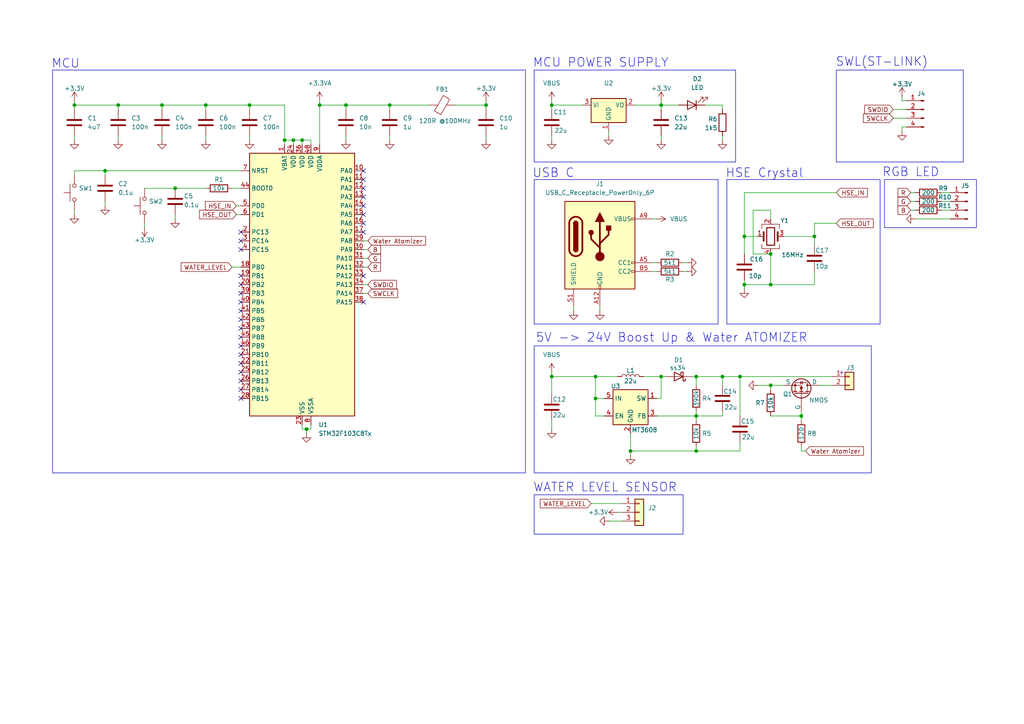
<source format=kicad_sch>
(kicad_sch (version 20231120) (generator "eeschema") (generator_version "8.0")
  (paper "A4")
  (lib_symbols
    (symbol "Connector:Conn_01x04_Pin" (pin_names (offset 1.016) hide)
      (property "Reference" "J" (at 0 5.08 0))
      (property "Value" "Conn_01x04_Pin" (at 0 -7.62 0))
      (symbol "Conn_01x04_Pin_1_1"
        (pin passive line (at 5.08 2.54 180) (length 3.81) (name "Pin_1") (number "1"))
        (pin passive line (at 5.08 0 180) (length 3.81) (name "Pin_2") (number "2"))
        (pin passive line (at 5.08 -2.54 180) (length 3.81) (name "Pin_3") (number "3"))
        (pin passive line (at 5.08 -5.08 180) (length 3.81) (name "Pin_4") (number "4"))
      )
    )
    (symbol "Connector:USB_C_Receptacle_PowerOnly_6P" (pin_names (offset 1.016))
      (property "Reference" "J" (at 0 16.51 0))
      (property "Value" "USB_C_Receptacle_PowerOnly_6P" (at 0 13.97 0))
      (symbol "USB_C_Receptacle_PowerOnly_6P_1_1"
        (pin passive line (at 0 -17.78 90) (length 5.08) (name "GND") (number "A12"))
        (pin bidirectional line (at 15.24 -5.08 180) (length 5.08) (name "CC1") (number "A5"))
        (pin passive line (at 15.24 7.62 180) (length 5.08) (name "VBUS") (number "A9"))
        (pin passive line (at 0 -17.78 90) (length 5.08) hide (name "GND") (number "B12"))
        (pin bidirectional line (at 15.24 -7.62 180) (length 5.08) (name "CC2") (number "B5"))
        (pin passive line (at 15.24 7.62 180) (length 5.08) hide (name "VBUS") (number "B9"))
        (pin passive line (at -7.62 -17.78 90) (length 5.08) (name "SHIELD") (number "S1"))
      )
    )
    (symbol "Connector_Generic:Conn_01x02" (pin_names (offset 1.016) hide)
      (property "Reference" "J" (at 0 2.54 0))
      (property "Value" "Conn_01x02" (at 0 -5.08 0))
      (symbol "Conn_01x02_1_1"
        (pin passive line (at -5.08 0 0) (length 3.81) (name "Pin_1") (number "1"))
        (pin passive line (at -5.08 -2.54 0) (length 3.81) (name "Pin_2") (number "2"))
      )
    )
    (symbol "Connector_Generic:Conn_01x03" (pin_names (offset 1.016) hide)
      (property "Reference" "J" (at 0 5.08 0))
      (property "Value" "Conn_01x03" (at 0 -5.08 0))
      (symbol "Conn_01x03_1_1"
        (pin passive line (at -5.08 2.54 0) (length 3.81) (name "Pin_1") (number "1"))
        (pin passive line (at -5.08 0 0) (length 3.81) (name "Pin_2") (number "2"))
        (pin passive line (at -5.08 -2.54 0) (length 3.81) (name "Pin_3") (number "3"))
      )
    )
    (symbol "Device:C" (pin_numbers hide) (pin_names (offset 0.254))
      (property "Reference" "C" (at 0.635 2.54 0))
      (property "Value" "C" (at 0.635 -2.54 0))
      (symbol "C_1_1"
        (pin passive line (at 0 3.81 270) (length 2.794) (name "~") (number "1"))
        (pin passive line (at 0 -3.81 90) (length 2.794) (name "~") (number "2"))
      )
    )
    (symbol "Device:Crystal_GND24" (pin_names (offset 1.016) hide)
      (property "Reference" "Y" (at 3.175 5.08 0))
      (property "Value" "Crystal_GND24" (at 3.175 3.175 0))
      (symbol "Crystal_GND24_1_1"
        (pin passive line (at -3.81 0 0) (length 1.27) (name "1") (number "1"))
        (pin passive line (at 0 5.08 270) (length 1.27) (name "2") (number "2"))
        (pin passive line (at 3.81 0 180) (length 1.27) (name "3") (number "3"))
        (pin passive line (at 0 -5.08 90) (length 1.27) (name "4") (number "4"))
      )
    )
    (symbol "Device:D_Schottky" (pin_numbers hide) (pin_names (offset 1.016) hide)
      (property "Reference" "D" (at 0 2.54 0))
      (property "Value" "D_Schottky" (at 0 -2.54 0))
      (symbol "D_Schottky_1_1"
        (pin passive line (at -3.81 0 0) (length 2.54) (name "K") (number "1"))
        (pin passive line (at 3.81 0 180) (length 2.54) (name "A") (number "2"))
      )
    )
    (symbol "Device:FerriteBead" (pin_numbers hide) (pin_names (offset 0))
      (property "Reference" "FB" (at -3.81 0.635 90))
      (property "Value" "FerriteBead" (at 3.81 0 90))
      (symbol "FerriteBead_1_1"
        (pin passive line (at 0 3.81 270) (length 2.54) (name "~") (number "1"))
        (pin passive line (at 0 -3.81 90) (length 2.54) (name "~") (number "2"))
      )
    )
    (symbol "Device:L" (pin_numbers hide) (pin_names (offset 1.016) hide)
      (property "Reference" "L" (at -1.27 0 90))
      (property "Value" "L" (at 1.905 0 90))
      (symbol "L_1_1"
        (pin passive line (at 0 3.81 270) (length 1.27) (name "1") (number "1"))
        (pin passive line (at 0 -3.81 90) (length 1.27) (name "2") (number "2"))
      )
    )
    (symbol "Device:LED" (pin_numbers hide) (pin_names (offset 1.016) hide)
      (property "Reference" "D" (at 0 2.54 0))
      (property "Value" "LED" (at 0 -2.54 0))
      (symbol "LED_1_1"
        (pin passive line (at -3.81 0 0) (length 2.54) (name "K") (number "1"))
        (pin passive line (at 3.81 0 180) (length 2.54) (name "A") (number "2"))
      )
    )
    (symbol "Device:R" (pin_numbers hide) (pin_names (offset 0))
      (property "Reference" "R" (at 2.032 0 90))
      (property "Value" "R" (at 0 0 90))
      (symbol "R_1_1"
        (pin passive line (at 0 3.81 270) (length 1.27) (name "~") (number "1"))
        (pin passive line (at 0 -3.81 90) (length 1.27) (name "~") (number "2"))
      )
    )
    (symbol "MCU_ST_STM32F1:STM32F103C8Tx"
      (property "Reference" "U" (at -15.24 39.37 0))
      (property "Value" "STM32F103C8Tx" (at 7.62 39.37 0))
      (symbol "STM32F103C8Tx_1_1"
        (pin power_in line (at -5.08 40.64 270) (length 2.54) (name "VBAT") (number "1"))
        (pin bidirectional line (at 17.78 33.02 180) (length 2.54) (name "PA0") (number "10"))
        (pin bidirectional line (at 17.78 30.48 180) (length 2.54) (name "PA1") (number "11"))
        (pin bidirectional line (at 17.78 27.94 180) (length 2.54) (name "PA2") (number "12"))
        (pin bidirectional line (at 17.78 25.4 180) (length 2.54) (name "PA3") (number "13"))
        (pin bidirectional line (at 17.78 22.86 180) (length 2.54) (name "PA4") (number "14"))
        (pin bidirectional line (at 17.78 20.32 180) (length 2.54) (name "PA5") (number "15"))
        (pin bidirectional line (at 17.78 17.78 180) (length 2.54) (name "PA6") (number "16"))
        (pin bidirectional line (at 17.78 15.24 180) (length 2.54) (name "PA7") (number "17"))
        (pin bidirectional line (at -17.78 5.08 0) (length 2.54) (name "PB0") (number "18"))
        (pin bidirectional line (at -17.78 2.54 0) (length 2.54) (name "PB1") (number "19"))
        (pin bidirectional line (at -17.78 15.24 0) (length 2.54) (name "PC13") (number "2"))
        (pin bidirectional line (at -17.78 0 0) (length 2.54) (name "PB2") (number "20"))
        (pin bidirectional line (at -17.78 -20.32 0) (length 2.54) (name "PB10") (number "21"))
        (pin bidirectional line (at -17.78 -22.86 0) (length 2.54) (name "PB11") (number "22"))
        (pin power_in line (at 0 -40.64 90) (length 2.54) (name "VSS") (number "23"))
        (pin power_in line (at -2.54 40.64 270) (length 2.54) (name "VDD") (number "24"))
        (pin bidirectional line (at -17.78 -25.4 0) (length 2.54) (name "PB12") (number "25"))
        (pin bidirectional line (at -17.78 -27.94 0) (length 2.54) (name "PB13") (number "26"))
        (pin bidirectional line (at -17.78 -30.48 0) (length 2.54) (name "PB14") (number "27"))
        (pin bidirectional line (at -17.78 -33.02 0) (length 2.54) (name "PB15") (number "28"))
        (pin bidirectional line (at 17.78 12.7 180) (length 2.54) (name "PA8") (number "29"))
        (pin bidirectional line (at -17.78 12.7 0) (length 2.54) (name "PC14") (number "3"))
        (pin bidirectional line (at 17.78 10.16 180) (length 2.54) (name "PA9") (number "30"))
        (pin bidirectional line (at 17.78 7.62 180) (length 2.54) (name "PA10") (number "31"))
        (pin bidirectional line (at 17.78 5.08 180) (length 2.54) (name "PA11") (number "32"))
        (pin bidirectional line (at 17.78 2.54 180) (length 2.54) (name "PA12") (number "33"))
        (pin bidirectional line (at 17.78 0 180) (length 2.54) (name "PA13") (number "34"))
        (pin passive line (at 0 -40.64 90) (length 2.54) hide (name "VSS") (number "35"))
        (pin power_in line (at 0 40.64 270) (length 2.54) (name "VDD") (number "36"))
        (pin bidirectional line (at 17.78 -2.54 180) (length 2.54) (name "PA14") (number "37"))
        (pin bidirectional line (at 17.78 -5.08 180) (length 2.54) (name "PA15") (number "38"))
        (pin bidirectional line (at -17.78 -2.54 0) (length 2.54) (name "PB3") (number "39"))
        (pin bidirectional line (at -17.78 10.16 0) (length 2.54) (name "PC15") (number "4"))
        (pin bidirectional line (at -17.78 -5.08 0) (length 2.54) (name "PB4") (number "40"))
        (pin bidirectional line (at -17.78 -7.62 0) (length 2.54) (name "PB5") (number "41"))
        (pin bidirectional line (at -17.78 -10.16 0) (length 2.54) (name "PB6") (number "42"))
        (pin bidirectional line (at -17.78 -12.7 0) (length 2.54) (name "PB7") (number "43"))
        (pin input line (at -17.78 27.94 0) (length 2.54) (name "BOOT0") (number "44"))
        (pin bidirectional line (at -17.78 -15.24 0) (length 2.54) (name "PB8") (number "45"))
        (pin bidirectional line (at -17.78 -17.78 0) (length 2.54) (name "PB9") (number "46"))
        (pin passive line (at 0 -40.64 90) (length 2.54) hide (name "VSS") (number "47"))
        (pin power_in line (at 2.54 40.64 270) (length 2.54) (name "VDD") (number "48"))
        (pin bidirectional line (at -17.78 22.86 0) (length 2.54) (name "PD0") (number "5"))
        (pin bidirectional line (at -17.78 20.32 0) (length 2.54) (name "PD1") (number "6"))
        (pin input line (at -17.78 33.02 0) (length 2.54) (name "NRST") (number "7"))
        (pin power_in line (at 2.54 -40.64 90) (length 2.54) (name "VSSA") (number "8"))
        (pin power_in line (at 5.08 40.64 270) (length 2.54) (name "VDDA") (number "9"))
      )
    )
    (symbol "Regulator_Linear:LD1117S33TR_SOT223"
      (property "Reference" "U" (at -3.81 3.175 0))
      (property "Value" "LD1117S33TR_SOT223" (at 0 3.175 0))
      (symbol "LD1117S33TR_SOT223_1_1"
        (pin power_in line (at 0 -7.62 90) (length 2.54) (name "GND") (number "1"))
        (pin power_out line (at 7.62 0 180) (length 2.54) (name "VO") (number "2"))
        (pin power_in line (at -7.62 0 0) (length 2.54) (name "VI") (number "3"))
      )
    )
    (symbol "Regulator_Switching:MT3608"
      (property "Reference" "U" (at -2.54 8.89 0))
      (property "Value" "MT3608" (at -3.81 6.35 0))
      (symbol "MT3608_1_1"
        (pin passive line (at 7.62 2.54 180) (length 2.54) (name "SW") (number "1"))
        (pin power_in line (at 0 -7.62 90) (length 2.54) (name "GND") (number "2"))
        (pin input line (at 7.62 -2.54 180) (length 2.54) (name "FB") (number "3"))
        (pin input line (at -7.62 -2.54 0) (length 2.54) (name "EN") (number "4"))
        (pin power_in line (at -7.62 2.54 0) (length 2.54) (name "IN") (number "5"))
        (pin no_connect line (at 5.08 0 180) (length 2.54) hide (name "NC") (number "6"))
      )
    )
    (symbol "Simulation_SPICE:NMOS" (pin_numbers hide) (pin_names (offset 0))
      (property "Reference" "Q" (at 5.08 1.27 0))
      (property "Value" "NMOS" (at 5.08 -1.27 0))
      (symbol "NMOS_1_1"
        (pin passive line (at 2.54 5.08 270) (length 2.54) (name "D") (number "1"))
        (pin input line (at -5.08 0 0) (length 2.54) (name "G") (number "2"))
        (pin passive line (at 2.54 -5.08 90) (length 2.54) (name "S") (number "3"))
      )
    )
    (symbol "Switch:SW_Push" (pin_numbers hide) (pin_names (offset 1.016) hide)
      (property "Reference" "SW" (at 1.27 2.54 0))
      (property "Value" "SW_Push" (at 0 -1.524 0))
      (symbol "SW_Push_0_1"
        (pin passive line (at -5.08 0 0) (length 2.54) (name "1") (number "1"))
        (pin passive line (at 5.08 0 180) (length 2.54) (name "2") (number "2"))
      )
    )
    (symbol "power:+3.3V" (power) (pin_numbers hide) (pin_names (offset 0) hide)
      (property "Value" "+3.3V" (at 0 3.556 0))
      (symbol "+3.3V_1_1"
        (pin power_in line (at 0 0 90) (length 0) (name "~") (number "1"))
      )
    )
    (symbol "power:+3.3VA" (power) (pin_numbers hide) (pin_names (offset 0) hide)
      (property "Value" "+3.3VA" (at 0 3.556 0))
      (symbol "+3.3VA_1_1"
        (pin power_in line (at 0 0 90) (length 0) (name "~") (number "1"))
      )
    )
    (symbol "power:GND" (power) (pin_numbers hide) (pin_names (offset 0) hide)
      (property "Value" "GND" (at 0 -3.81 0))
      (symbol "GND_1_1"
        (pin power_in line (at 0 0 270) (length 0) (name "~") (number "1"))
      )
    )
    (symbol "power:VBUS" (power) (pin_numbers hide) (pin_names (offset 0) hide)
      (property "Value" "VBUS" (at 0 3.556 0))
      (symbol "VBUS_1_1"
        (pin power_in line (at 0 0 90) (length 0) (name "~") (number "1"))
      )
    )
  )
  (junction (at 172.72 109.22))
  (junction (at 140.97 30.48))
  (junction (at 236.22 68.58))
  (junction (at 215.9 82.55))
  (junction (at 85.09 40.64))
  (junction (at 50.8 54.61))
  (junction (at 160.02 109.22))
  (junction (at 82.55 40.64))
  (junction (at 191.77 109.22))
  (junction (at 201.93 109.22))
  (junction (at 160.02 30.48))
  (junction (at 34.29 30.48))
  (junction (at 100.33 30.48))
  (junction (at 223.52 73.66))
  (junction (at 87.63 40.64))
  (junction (at 92.71 30.48))
  (junction (at 182.88 130.81))
  (junction (at 201.93 120.65))
  (junction (at 172.72 115.57))
  (junction (at 191.77 30.48))
  (junction (at 201.93 130.81))
  (junction (at 232.41 120.65))
  (junction (at 223.52 111.76))
  (junction (at 113.03 30.48))
  (junction (at 214.63 109.22))
  (junction (at 215.9 68.58))
  (junction (at 72.39 30.48))
  (junction (at 209.55 109.22))
  (junction (at 59.69 30.48))
  (junction (at 30.48 49.53))
  (junction (at 46.99 30.48))
  (junction (at 223.52 82.55))
  (junction (at 21.59 30.48))
  (junction (at 88.9 124.46))
  (no_connect (at 69.85 80.01))
  (no_connect (at 69.85 72.39))
  (no_connect (at 105.41 49.53))
  (no_connect (at 69.85 113.03))
  (no_connect (at 69.85 87.63))
  (no_connect (at 105.41 57.15))
  (no_connect (at 105.41 52.07))
  (no_connect (at 69.85 69.85))
  (no_connect (at 69.85 105.41))
  (no_connect (at 105.41 80.01))
  (no_connect (at 69.85 92.71))
  (no_connect (at 69.85 95.25))
  (no_connect (at 69.85 97.79))
  (no_connect (at 69.85 110.49))
  (no_connect (at 69.85 100.33))
  (no_connect (at 69.85 67.31))
  (no_connect (at 105.41 64.77))
  (no_connect (at 69.85 115.57))
  (no_connect (at 69.85 107.95))
  (no_connect (at 105.41 59.69))
  (no_connect (at 105.41 87.63))
  (no_connect (at 69.85 90.17))
  (no_connect (at 69.85 102.87))
  (no_connect (at 105.41 54.61))
  (no_connect (at 69.85 85.09))
  (no_connect (at 105.41 62.23))
  (no_connect (at 105.41 67.31))
  (no_connect (at 69.85 82.55))
  (wire (pts (xy 90.17 40.64) (xy 90.17 41.91)))
  (wire (pts (xy 223.52 111.76) (xy 223.52 113.03)))
  (wire (pts (xy 232.41 120.65) (xy 232.41 121.92)))
  (wire (pts (xy 21.59 30.48) (xy 34.29 30.48)))
  (wire (pts (xy 105.41 74.93) (xy 106.68 74.93)))
  (wire (pts (xy 173.99 88.9) (xy 173.99 90.17)))
  (wire (pts (xy 261.62 38.1) (xy 261.62 36.83)))
  (wire (pts (xy 113.03 30.48) (xy 124.46 30.48)))
  (wire (pts (xy 100.33 30.48) (xy 113.03 30.48)))
  (wire (pts (xy 191.77 30.48) (xy 191.77 29.21)))
  (wire (pts (xy 175.26 120.65) (xy 172.72 120.65)))
  (wire (pts (xy 160.02 39.37) (xy 160.02 40.64)))
  (wire (pts (xy 34.29 39.37) (xy 34.29 40.64)))
  (wire (pts (xy 113.03 39.37) (xy 113.03 40.64)))
  (wire (pts (xy 140.97 30.48) (xy 140.97 29.21)))
  (wire (pts (xy 223.52 73.66) (xy 223.52 82.55)))
  (wire (pts (xy 166.37 88.9) (xy 166.37 90.17)))
  (wire (pts (xy 215.9 55.88) (xy 242.57 55.88)))
  (wire (pts (xy 261.62 29.21) (xy 262.89 29.21)))
  (wire (pts (xy 182.88 130.81) (xy 182.88 132.08)))
  (wire (pts (xy 87.63 123.19) (xy 87.63 124.46)))
  (wire (pts (xy 59.69 39.37) (xy 59.69 40.64)))
  (wire (pts (xy 232.41 130.81) (xy 232.41 129.54)))
  (wire (pts (xy 160.02 109.22) (xy 160.02 114.3)))
  (wire (pts (xy 227.33 68.58) (xy 236.22 68.58)))
  (wire (pts (xy 85.09 40.64) (xy 85.09 41.91)))
  (wire (pts (xy 68.58 62.23) (xy 69.85 62.23)))
  (wire (pts (xy 46.99 39.37) (xy 46.99 40.64)))
  (wire (pts (xy 88.9 124.46) (xy 90.17 124.46)))
  (wire (pts (xy 82.55 30.48) (xy 82.55 40.64)))
  (wire (pts (xy 59.69 30.48) (xy 72.39 30.48)))
  (wire (pts (xy 215.9 55.88) (xy 215.9 68.58)))
  (wire (pts (xy 113.03 31.75) (xy 113.03 30.48)))
  (wire (pts (xy 90.17 124.46) (xy 90.17 123.19)))
  (wire (pts (xy 92.71 29.21) (xy 92.71 30.48)))
  (wire (pts (xy 140.97 30.48) (xy 140.97 31.75)))
  (wire (pts (xy 200.66 109.22) (xy 201.93 109.22)))
  (wire (pts (xy 218.44 73.66) (xy 223.52 73.66)))
  (wire (pts (xy 21.59 29.21) (xy 21.59 30.48)))
  (wire (pts (xy 72.39 39.37) (xy 72.39 40.64)))
  (wire (pts (xy 227.33 111.76) (xy 223.52 111.76)))
  (wire (pts (xy 218.44 60.96) (xy 223.52 60.96)))
  (wire (pts (xy 105.41 69.85) (xy 106.68 69.85)))
  (wire (pts (xy 215.9 68.58) (xy 219.71 68.58)))
  (wire (pts (xy 201.93 109.22) (xy 201.93 111.76)))
  (wire (pts (xy 204.47 30.48) (xy 209.55 30.48)))
  (wire (pts (xy 172.72 109.22) (xy 160.02 109.22)))
  (wire (pts (xy 21.59 60.96) (xy 21.59 62.23)))
  (wire (pts (xy 259.08 31.75) (xy 262.89 31.75)))
  (wire (pts (xy 105.41 77.47) (xy 106.68 77.47)))
  (wire (pts (xy 46.99 30.48) (xy 59.69 30.48)))
  (wire (pts (xy 105.41 72.39) (xy 106.68 72.39)))
  (wire (pts (xy 189.23 78.74) (xy 190.5 78.74)))
  (wire (pts (xy 82.55 40.64) (xy 85.09 40.64)))
  (wire (pts (xy 87.63 124.46) (xy 88.9 124.46)))
  (wire (pts (xy 172.72 115.57) (xy 172.72 109.22)))
  (wire (pts (xy 105.41 82.55) (xy 106.68 82.55)))
  (wire (pts (xy 201.93 120.65) (xy 201.93 119.38)))
  (wire (pts (xy 214.63 109.22) (xy 241.3 109.22)))
  (wire (pts (xy 176.53 38.1) (xy 176.53 39.37)))
  (wire (pts (xy 67.31 77.47) (xy 69.85 77.47)))
  (wire (pts (xy 264.16 60.96) (xy 265.43 60.96)))
  (wire (pts (xy 176.53 151.13) (xy 180.34 151.13)))
  (wire (pts (xy 46.99 30.48) (xy 46.99 31.75)))
  (wire (pts (xy 34.29 30.48) (xy 34.29 31.75)))
  (wire (pts (xy 182.88 130.81) (xy 201.93 130.81)))
  (wire (pts (xy 190.5 120.65) (xy 201.93 120.65)))
  (wire (pts (xy 186.69 109.22) (xy 191.77 109.22)))
  (wire (pts (xy 265.43 63.5) (xy 275.59 63.5)))
  (wire (pts (xy 215.9 81.28) (xy 215.9 82.55)))
  (wire (pts (xy 209.55 120.65) (xy 201.93 120.65)))
  (wire (pts (xy 223.52 63.5) (xy 223.52 60.96)))
  (wire (pts (xy 172.72 115.57) (xy 175.26 115.57)))
  (wire (pts (xy 261.62 36.83) (xy 262.89 36.83)))
  (wire (pts (xy 261.62 27.94) (xy 261.62 29.21)))
  (wire (pts (xy 172.72 120.65) (xy 172.72 115.57)))
  (wire (pts (xy 209.55 109.22) (xy 209.55 111.76)))
  (wire (pts (xy 209.55 109.22) (xy 214.63 109.22)))
  (wire (pts (xy 198.12 76.2) (xy 199.39 76.2)))
  (wire (pts (xy 100.33 39.37) (xy 100.33 40.64)))
  (wire (pts (xy 201.93 130.81) (xy 214.63 130.81)))
  (wire (pts (xy 237.49 111.76) (xy 241.3 111.76)))
  (wire (pts (xy 92.71 30.48) (xy 92.71 41.91)))
  (wire (pts (xy 190.5 115.57) (xy 191.77 115.57)))
  (wire (pts (xy 223.52 120.65) (xy 232.41 120.65)))
  (wire (pts (xy 273.05 55.88) (xy 275.59 55.88)))
  (wire (pts (xy 209.55 30.48) (xy 209.55 31.75)))
  (wire (pts (xy 215.9 68.58) (xy 215.9 73.66)))
  (wire (pts (xy 191.77 115.57) (xy 191.77 109.22)))
  (wire (pts (xy 191.77 109.22) (xy 193.04 109.22)))
  (wire (pts (xy 140.97 39.37) (xy 140.97 40.64)))
  (wire (pts (xy 273.05 60.96) (xy 275.59 60.96)))
  (wire (pts (xy 236.22 64.77) (xy 236.22 68.58)))
  (wire (pts (xy 68.58 59.69) (xy 69.85 59.69)))
  (wire (pts (xy 87.63 40.64) (xy 90.17 40.64)))
  (wire (pts (xy 21.59 39.37) (xy 21.59 40.64)))
  (wire (pts (xy 236.22 78.74) (xy 236.22 82.55)))
  (wire (pts (xy 189.23 76.2) (xy 190.5 76.2)))
  (wire (pts (xy 215.9 82.55) (xy 223.52 82.55)))
  (wire (pts (xy 218.44 60.96) (xy 218.44 73.66)))
  (wire (pts (xy 30.48 58.42) (xy 30.48 59.69)))
  (wire (pts (xy 21.59 49.53) (xy 21.59 50.8)))
  (wire (pts (xy 209.55 39.37) (xy 209.55 40.64)))
  (wire (pts (xy 50.8 62.23) (xy 50.8 63.5)))
  (wire (pts (xy 189.23 63.5) (xy 190.5 63.5)))
  (wire (pts (xy 259.08 34.29) (xy 262.89 34.29)))
  (wire (pts (xy 264.16 58.42) (xy 265.43 58.42)))
  (wire (pts (xy 72.39 30.48) (xy 82.55 30.48)))
  (wire (pts (xy 214.63 109.22) (xy 214.63 120.65)))
  (wire (pts (xy 264.16 55.88) (xy 265.43 55.88)))
  (wire (pts (xy 87.63 40.64) (xy 87.63 41.91)))
  (wire (pts (xy 209.55 119.38) (xy 209.55 120.65)))
  (wire (pts (xy 201.93 121.92) (xy 201.93 120.65)))
  (wire (pts (xy 236.22 64.77) (xy 242.57 64.77)))
  (wire (pts (xy 191.77 39.37) (xy 191.77 40.64)))
  (wire (pts (xy 160.02 29.21) (xy 160.02 30.48)))
  (wire (pts (xy 160.02 121.92) (xy 160.02 124.46)))
  (wire (pts (xy 201.93 129.54) (xy 201.93 130.81)))
  (wire (pts (xy 30.48 49.53) (xy 21.59 49.53)))
  (wire (pts (xy 215.9 82.55) (xy 215.9 83.82)))
  (wire (pts (xy 59.69 30.48) (xy 59.69 31.75)))
  (wire (pts (xy 85.09 40.64) (xy 87.63 40.64)))
  (wire (pts (xy 214.63 128.27) (xy 214.63 130.81)))
  (wire (pts (xy 191.77 30.48) (xy 196.85 30.48)))
  (wire (pts (xy 233.68 130.81) (xy 232.41 130.81)))
  (wire (pts (xy 67.31 54.61) (xy 69.85 54.61)))
  (wire (pts (xy 30.48 49.53) (xy 69.85 49.53)))
  (wire (pts (xy 105.41 85.09) (xy 106.68 85.09)))
  (wire (pts (xy 273.05 58.42) (xy 275.59 58.42)))
  (wire (pts (xy 50.8 54.61) (xy 59.69 54.61)))
  (wire (pts (xy 219.71 111.76) (xy 223.52 111.76)))
  (wire (pts (xy 72.39 30.48) (xy 72.39 31.75)))
  (wire (pts (xy 132.08 30.48) (xy 140.97 30.48)))
  (wire (pts (xy 41.91 64.77) (xy 41.91 66.04)))
  (wire (pts (xy 160.02 30.48) (xy 160.02 31.75)))
  (wire (pts (xy 30.48 50.8) (xy 30.48 49.53)))
  (wire (pts (xy 92.71 30.48) (xy 100.33 30.48)))
  (wire (pts (xy 201.93 109.22) (xy 209.55 109.22)))
  (wire (pts (xy 236.22 68.58) (xy 236.22 71.12)))
  (wire (pts (xy 100.33 31.75) (xy 100.33 30.48)))
  (wire (pts (xy 21.59 30.48) (xy 21.59 31.75)))
  (wire (pts (xy 182.88 125.73) (xy 182.88 130.81)))
  (wire (pts (xy 184.15 30.48) (xy 191.77 30.48)))
  (wire (pts (xy 179.07 148.59) (xy 180.34 148.59)))
  (wire (pts (xy 171.45 146.05) (xy 180.34 146.05)))
  (wire (pts (xy 88.9 124.46) (xy 88.9 125.73)))
  (wire (pts (xy 41.91 54.61) (xy 50.8 54.61)))
  (wire (pts (xy 198.12 78.74) (xy 199.39 78.74)))
  (wire (pts (xy 236.22 82.55) (xy 223.52 82.55)))
  (wire (pts (xy 172.72 109.22) (xy 179.07 109.22)))
  (wire (pts (xy 160.02 30.48) (xy 168.91 30.48)))
  (wire (pts (xy 82.55 40.64) (xy 82.55 41.91)))
  (wire (pts (xy 34.29 30.48) (xy 46.99 30.48)))
  (wire (pts (xy 232.41 119.38) (xy 232.41 120.65)))
  (wire (pts (xy 160.02 107.95) (xy 160.02 109.22)))
  (wire (pts (xy 191.77 30.48) (xy 191.77 31.75)))
  (rectangle (start 154.94 20.32) (end 213.36 46.99))
  (rectangle (start 154.94 52.07) (end 208.28 93.98))
  (rectangle (start 154.94 100.33) (end 252.73 137.16))
  (rectangle (start 210.82 52.07) (end 255.27 93.98))
  (rectangle (start 242.57 20.32) (end 279.4 46.99))
  (rectangle (start 15.24 20.32) (end 152.4 137.16))
  (rectangle (start 256.54 52.07) (end 283.21 66.04))
  (rectangle (start 154.94 143.51) (end 198.12 154.94))
  (text "RGB LED" (at 264.16 50.038 0) (effects (font (size 2.54 2.54))))
  (text "WATER LEVEL SENSOR" (at 175.514 141.478 0) (effects (font (size 2.54 2.54))))
  (text "5V -> 24V Boost Up & Water ATOMIZER" (at 194.818 98.044 0) (effects (font (size 2.54 2.54))))
  (text "USB C" (at 160.528 50.292 0) (effects (font (size 2.54 2.54))))
  (text "MCU" (at 19.05 18.542 0) (effects (font (size 2.54 2.54))))
  (text "HSE Crystal" (at 221.742 50.292 0) (effects (font (size 2.54 2.54))))
  (text "MCU POWER SUPPLY" (at 174.244 18.288 0) (effects (font (size 2.54 2.54))))
  (text "SWL(ST-LINK)" (at 255.778 18.034 0) (effects (font (size 2.54 2.54))))
  (global_label "SWDIO" (shape input) (at 259.08 31.75 180) (property "Intersheetrefs" "${INTERSHEET_REFS}" (effects (hide yes))))
  (global_label "HSE_OUT" (shape input) (at 242.57 64.77 0) (property "Intersheetrefs" "${INTERSHEET_REFS}" (effects (hide yes))))
  (global_label "Water Atomizer" (shape input) (at 106.68 69.85 0) (property "Intersheetrefs" "${INTERSHEET_REFS}" (effects (hide yes))))
  (global_label "WATER_LEVEL" (shape input) (at 171.45 146.05 180) (property "Intersheetrefs" "${INTERSHEET_REFS}" (effects (hide yes))))
  (global_label "HSE_IN" (shape input) (at 242.57 55.88 0) (property "Intersheetrefs" "${INTERSHEET_REFS}" (effects (hide yes))))
  (global_label "HSE_IN" (shape input) (at 68.58 59.69 180) (property "Intersheetrefs" "${INTERSHEET_REFS}" (effects (hide yes))))
  (global_label "R" (shape input) (at 106.68 77.47 0) (property "Intersheetrefs" "${INTERSHEET_REFS}" (effects (hide yes))))
  (global_label "SWDIO" (shape input) (at 106.68 82.55 0) (property "Intersheetrefs" "${INTERSHEET_REFS}" (effects (hide yes))))
  (global_label "Water Atomizer" (shape input) (at 233.68 130.81 0) (property "Intersheetrefs" "${INTERSHEET_REFS}" (effects (hide yes))))
  (global_label "HSE_OUT" (shape input) (at 68.58 62.23 180) (property "Intersheetrefs" "${INTERSHEET_REFS}" (effects (hide yes))))
  (global_label "B" (shape input) (at 264.16 60.96 180) (property "Intersheetrefs" "${INTERSHEET_REFS}" (effects (hide yes))))
  (global_label "R" (shape input) (at 264.16 55.88 180) (property "Intersheetrefs" "${INTERSHEET_REFS}" (effects (hide yes))))
  (global_label "G" (shape input) (at 264.16 58.42 180) (property "Intersheetrefs" "${INTERSHEET_REFS}" (effects (hide yes))))
  (global_label "WATER_LEVEL" (shape input) (at 67.31 77.47 180) (property "Intersheetrefs" "${INTERSHEET_REFS}" (effects (hide yes))))
  (global_label "SWCLK" (shape input) (at 259.08 34.29 180) (property "Intersheetrefs" "${INTERSHEET_REFS}" (effects (hide yes))))
  (global_label "B" (shape input) (at 106.68 72.39 0) (property "Intersheetrefs" "${INTERSHEET_REFS}" (effects (hide yes))))
  (global_label "G" (shape input) (at 106.68 74.93 0) (property "Intersheetrefs" "${INTERSHEET_REFS}" (effects (hide yes))))
  (global_label "SWCLK" (shape input) (at 106.68 85.09 0) (property "Intersheetrefs" "${INTERSHEET_REFS}" (effects (hide yes))))
  (symbol (lib_id "Device:C") (at 209.55 115.57 0) (unit 1)
    (property "Reference" "C14" (at 209.804 113.538 0) (effects (justify left)))
    (property "Value" "22u" (at 210.058 118.11 0) (effects (justify left)))
    (property "Footprint" "Capacitor_SMD:C_0603_1608Metric_Pad1.08x0.95mm_HandSolder" (effects (hide yes)))
    (property "Description" "Unpolarized capacitor" (effects (hide yes)))
  )
  (symbol (lib_id "power:GND") (at 160.02 124.46 0) (unit 1)
    (property "Reference" "#PWR020" (effects (hide yes)))
    (property "Value" "GND" (effects (hide yes)))
    (property "Description" "Power symbol creates a global label with name \"GND\" , ground" (effects (hide yes)))
  )
  (symbol (lib_id "Regulator_Linear:LD1117S33TR_SOT223") (at 176.53 30.48 0) (unit 1)
    (property "Reference" "U2" (at 176.53 24.13 0))
    (property "Value" "LD1117S33TR_SOT223" (effects (hide yes)))
    (property "Footprint" "Package_TO_SOT_SMD:SOT-223-3_TabPin2" (effects (hide yes)))
    (property "Datasheet" "http://www.st.com/st-web-ui/static/active/en/resource/technical/document/datasheet/CD00000544.pdf" (effects (hide yes)))
    (property "Description" "800mA Fixed Low Drop Positive Voltage Regulator, Fixed Output 3.3V, SOT-223" (effects (hide yes)))
  )
  (symbol (lib_id "Connector_Generic:Conn_01x03") (at 185.42 148.59 0) (unit 1)
    (property "Reference" "J2" (at 187.96 147.3199 0) (effects (justify left)))
    (property "Value" "WaterLevel" (effects (hide yes)))
    (property "Footprint" "Connector:FanPinHeader_1x03_P2.54mm_Vertical" (effects (hide yes)))
    (property "Description" "Generic connector, single row, 01x03, script generated (kicad-library-utils/schlib/autogen/connector/)" (effects (hide yes)))
  )
  (symbol (lib_id "Device:C") (at 21.59 35.56 0) (unit 1)
    (property "Reference" "C1" (at 25.4 34.2899 0) (effects (justify left)))
    (property "Value" "4u7" (at 25.4 36.8299 0) (effects (justify left)))
    (property "Footprint" "Capacitor_SMD:C_0603_1608Metric_Pad1.08x0.95mm_HandSolder" (effects (hide yes)))
    (property "Description" "Unpolarized capacitor" (effects (hide yes)))
  )
  (symbol (lib_id "Connector:Conn_01x04_Pin") (at 280.67 58.42 0) (mirror y) (unit 1)
    (property "Reference" "J5" (at 279.908 53.848 0))
    (property "Value" "RGB" (effects (hide yes)))
    (property "Footprint" "Connector_PinHeader_2.54mm:PinHeader_1x04_P2.54mm_Vertical" (effects (hide yes)))
    (property "Description" "Generic connector, single row, 01x04, script generated" (effects (hide yes)))
  )
  (symbol (lib_id "power:GND") (at 173.99 90.17 0) (unit 1)
    (property "Reference" "#PWR022" (effects (hide yes)))
    (property "Value" "GND" (effects (hide yes)))
    (property "Description" "Power symbol creates a global label with name \"GND\" , ground" (effects (hide yes)))
  )
  (symbol (lib_id "Device:C") (at 236.22 74.93 0) (unit 1)
    (property "Reference" "C17" (at 236.474 72.644 0) (effects (justify left)))
    (property "Value" "10p" (at 236.474 77.216 0) (effects (justify left)))
    (property "Footprint" "Capacitor_SMD:C_0603_1608Metric_Pad1.08x0.95mm_HandSolder" (effects (hide yes)))
    (property "Description" "Unpolarized capacitor" (effects (hide yes)))
  )
  (symbol (lib_id "Device:LED") (at 200.66 30.48 180) (unit 1)
    (property "Reference" "D2" (at 202.2475 22.86 0))
    (property "Value" "LED" (at 202.2475 25.4 0))
    (property "Footprint" "LED_SMD:LED_0603_1608Metric_Pad1.05x0.95mm_HandSolder" (effects (hide yes)))
    (property "Description" "Light emitting diode" (effects (hide yes)))
  )
  (symbol (lib_id "power:GND") (at 59.69 40.64 0) (unit 1)
    (property "Reference" "#PWR09" (effects (hide yes)))
    (property "Value" "GND" (effects (hide yes)))
    (property "Description" "Power symbol creates a global label with name \"GND\" , ground" (effects (hide yes)))
  )
  (symbol (lib_id "power:GND") (at 160.02 40.64 0) (unit 1)
    (property "Reference" "#PWR018" (effects (hide yes)))
    (property "Value" "GND" (effects (hide yes)))
    (property "Description" "Power symbol creates a global label with name \"GND\" , ground" (effects (hide yes)))
  )
  (symbol (lib_id "power:GND") (at 88.9 125.73 0) (unit 1)
    (property "Reference" "#PWR011" (effects (hide yes)))
    (property "Value" "GND" (effects (hide yes)))
    (property "Description" "Power symbol creates a global label with name \"GND\" , ground" (effects (hide yes)))
  )
  (symbol (lib_id "power:GND") (at 30.48 59.69 0) (unit 1)
    (property "Reference" "#PWR04" (effects (hide yes)))
    (property "Value" "GND" (effects (hide yes)))
    (property "Description" "Power symbol creates a global label with name \"GND\" , ground" (effects (hide yes)))
  )
  (symbol (lib_id "Device:C") (at 214.63 124.46 0) (unit 1)
    (property "Reference" "C15" (at 214.884 122.174 0) (effects (justify left)))
    (property "Value" "22u" (at 215.138 126.746 0) (effects (justify left)))
    (property "Footprint" "Capacitor_SMD:C_0603_1608Metric_Pad1.08x0.95mm_HandSolder" (effects (hide yes)))
    (property "Description" "Unpolarized capacitor" (effects (hide yes)))
  )
  (symbol (lib_id "Connector:USB_C_Receptacle_PowerOnly_6P") (at 173.99 71.12 0) (unit 1)
    (property "Reference" "J1" (at 173.99 53.34 0))
    (property "Value" "USB_C_Receptacle_PowerOnly_6P" (at 173.99 55.88 0))
    (property "Footprint" "Connector_USB:USB_C_Receptacle_HRO_TYPE-C-31-M-17" (effects (hide yes)))
    (property "Datasheet" "https://www.usb.org/sites/default/files/documents/usb_type-c.zip" (effects (hide yes)))
    (property "Description" "USB Power-Only 6P Type-C Receptacle connector" (effects (hide yes)))
  )
  (symbol (lib_id "Device:C") (at 72.39 35.56 0) (unit 1)
    (property "Reference" "C7" (at 76.2 34.2899 0) (effects (justify left)))
    (property "Value" "100n" (at 76.2 36.8299 0) (effects (justify left)))
    (property "Footprint" "Capacitor_SMD:C_0603_1608Metric_Pad1.08x0.95mm_HandSolder" (effects (hide yes)))
    (property "Description" "Unpolarized capacitor" (effects (hide yes)))
  )
  (symbol (lib_id "Connector_Generic:Conn_01x02") (at 246.38 109.22 0) (unit 1)
    (property "Reference" "J3" (at 246.634 106.68 0))
    (property "Value" "Water Atomizer" (effects (hide yes)))
    (property "Footprint" "Connector_PinHeader_1.27mm:PinHeader_1x02_P1.27mm_Vertical" (effects (hide yes)))
    (property "Description" "Generic connector, single row, 01x02, script generated (kicad-library-utils/schlib/autogen/connector/)" (effects (hide yes)))
    (property "+" "+" (at 244.094 107.95 0))
  )
  (symbol (lib_id "Device:R") (at 232.41 125.73 0) (unit 1)
    (property "Reference" "R8" (at 235.458 125.73 0))
    (property "Value" "120" (at 232.41 125.73 90))
    (property "Footprint" "Resistor_SMD:R_0603_1608Metric_Pad0.98x0.95mm_HandSolder" (effects (hide yes)))
    (property "Description" "Resistor" (effects (hide yes)))
  )
  (symbol (lib_id "Device:C") (at 191.77 35.56 0) (unit 1)
    (property "Reference" "C13" (at 195.58 34.2899 0) (effects (justify left)))
    (property "Value" "22u" (at 195.58 36.8299 0) (effects (justify left)))
    (property "Footprint" "Capacitor_SMD:C_0603_1608Metric_Pad1.08x0.95mm_HandSolder" (effects (hide yes)))
    (property "Description" "Unpolarized capacitor" (effects (hide yes)))
  )
  (symbol (lib_id "Device:D_Schottky") (at 196.85 109.22 180) (unit 1)
    (property "Reference" "D1" (at 196.85 104.394 0))
    (property "Value" "ss34" (at 196.596 106.68 0))
    (property "Footprint" "Diode_SMD:D_SMA_Handsoldering" (effects (hide yes)))
    (property "Description" "Schottky diode" (effects (hide yes)))
  )
  (symbol (lib_id "power:GND") (at 21.59 40.64 0) (unit 1)
    (property "Reference" "#PWR02" (effects (hide yes)))
    (property "Value" "GND" (effects (hide yes)))
    (property "Description" "Power symbol creates a global label with name \"GND\" , ground" (effects (hide yes)))
  )
  (symbol (lib_id "power:+3.3V") (at 179.07 148.59 90) (unit 1)
    (property "Reference" "#PWR025" (effects (hide yes)))
    (property "Value" "+3.3V" (at 173.482 148.59 90))
    (property "Description" "Power symbol creates a global label with name \"+3.3V\"" (effects (hide yes)))
  )
  (symbol (lib_id "Device:R") (at 63.5 54.61 90) (unit 1)
    (property "Reference" "R1" (at 63.5 52.07 90))
    (property "Value" "10k" (at 63.5 54.61 90))
    (property "Footprint" "Resistor_SMD:R_0603_1608Metric_Pad0.98x0.95mm_HandSolder" (effects (hide yes)))
    (property "Description" "Resistor" (effects (hide yes)))
  )
  (symbol (lib_id "Device:L") (at 182.88 109.22 90) (unit 1)
    (property "Reference" "L1" (at 182.88 107.442 90))
    (property "Value" "22u" (at 182.88 110.49 90))
    (property "Footprint" "Inductor_SMD:L_0603_1608Metric_Pad1.05x0.95mm_HandSolder" (effects (hide yes)))
    (property "Description" "Inductor" (effects (hide yes)))
  )
  (symbol (lib_id "power:GND") (at 199.39 76.2 90) (unit 1)
    (property "Reference" "#PWR030" (effects (hide yes)))
    (property "Value" "GND" (effects (hide yes)))
    (property "Description" "Power symbol creates a global label with name \"GND\" , ground" (effects (hide yes)))
  )
  (symbol (lib_id "Device:C") (at 34.29 35.56 0) (unit 1)
    (property "Reference" "C3" (at 38.1 34.2899 0) (effects (justify left)))
    (property "Value" "100n" (at 38.1 36.8299 0) (effects (justify left)))
    (property "Footprint" "Capacitor_SMD:C_0603_1608Metric_Pad1.08x0.95mm_HandSolder" (effects (hide yes)))
    (property "Description" "Unpolarized capacitor" (effects (hide yes)))
  )
  (symbol (lib_id "Device:C") (at 160.02 35.56 0) (unit 1)
    (property "Reference" "C11" (at 160.528 32.512 0) (effects (justify left)))
    (property "Value" "22u" (at 160.782 37.846 0) (effects (justify left)))
    (property "Footprint" "Capacitor_SMD:C_0603_1608Metric_Pad1.08x0.95mm_HandSolder" (effects (hide yes)))
    (property "Description" "Unpolarized capacitor" (effects (hide yes)))
  )
  (symbol (lib_id "Device:R") (at 201.93 115.57 0) (mirror x) (unit 1)
    (property "Reference" "R4" (at 204.978 115.57 0))
    (property "Value" "390k" (at 201.93 115.57 90))
    (property "Footprint" "Resistor_SMD:R_0603_1608Metric_Pad0.98x0.95mm_HandSolder" (effects (hide yes)))
    (property "Description" "Resistor" (effects (hide yes)))
  )
  (symbol (lib_id "power:GND") (at 191.77 40.64 0) (unit 1)
    (property "Reference" "#PWR029" (effects (hide yes)))
    (property "Value" "GND" (effects (hide yes)))
    (property "Description" "Power symbol creates a global label with name \"GND\" , ground" (effects (hide yes)))
  )
  (symbol (lib_id "power:+3.3V") (at 140.97 29.21 0) (unit 1)
    (property "Reference" "#PWR015" (effects (hide yes)))
    (property "Value" "+3.3V" (at 140.97 25.654 0))
    (property "Description" "Power symbol creates a global label with name \"+3.3V\"" (effects (hide yes)))
  )
  (symbol (lib_id "Simulation_SPICE:NMOS") (at 232.41 114.3 270) (mirror x) (unit 1)
    (property "Reference" "Q1" (at 227.076 114.3 90) (effects (justify left)))
    (property "Value" "NMOS" (at 234.696 116.078 90) (effects (justify left)))
    (property "Footprint" "Package_TO_SOT_SMD:SOT-23" (effects (hide yes)))
    (property "Datasheet" "https://ngspice.sourceforge.io/docs/ngspice-html-manual/manual.xhtml#cha_MOSFETs" (effects (hide yes)))
    (property "Description" "N-MOSFET transistor, drain/source/gate" (effects (hide yes)))
    (property "Sim.Device" "NMOS" (effects (hide yes)))
    (property "Sim.Type" "VDMOS" (effects (hide yes)))
    (property "Sim.Pins" "1=D 2=G 3=S" (effects (hide yes)))
  )
  (symbol (lib_id "Device:R") (at 209.55 35.56 180) (unit 1)
    (property "Reference" "R6" (at 206.756 34.544 0))
    (property "Value" "1k5" (at 206.248 37.084 0))
    (property "Footprint" "Resistor_SMD:R_0603_1608Metric_Pad0.98x0.95mm_HandSolder" (effects (hide yes)))
    (property "Description" "Resistor" (effects (hide yes)))
  )
  (symbol (lib_id "power:GND") (at 199.39 78.74 90) (unit 1)
    (property "Reference" "#PWR031" (effects (hide yes)))
    (property "Value" "GND" (effects (hide yes)))
    (property "Description" "Power symbol creates a global label with name \"GND\" , ground" (effects (hide yes)))
  )
  (symbol (lib_id "power:GND") (at 100.33 40.64 0) (unit 1)
    (property "Reference" "#PWR013" (effects (hide yes)))
    (property "Value" "GND" (effects (hide yes)))
    (property "Description" "Power symbol creates a global label with name \"GND\" , ground" (effects (hide yes)))
  )
  (symbol (lib_id "Device:R") (at 223.52 116.84 0) (unit 1)
    (property "Reference" "R7" (at 220.472 116.84 0))
    (property "Value" "10k" (at 223.52 116.84 90))
    (property "Footprint" "Resistor_SMD:R_0603_1608Metric_Pad0.98x0.95mm_HandSolder" (effects (hide yes)))
    (property "Description" "Resistor" (effects (hide yes)))
  )
  (symbol (lib_id "Connector:Conn_01x04_Pin") (at 267.97 31.75 0) (mirror y) (unit 1)
    (property "Reference" "J4" (at 267.208 27.178 0))
    (property "Value" "SWL" (effects (hide yes)))
    (property "Footprint" "Connector_PinHeader_2.54mm:PinHeader_1x04_P2.54mm_Vertical" (effects (hide yes)))
    (property "Description" "Generic connector, single row, 01x04, script generated" (effects (hide yes)))
  )
  (symbol (lib_id "Switch:SW_Push") (at 41.91 59.69 90) (unit 1)
    (property "Reference" "SW2" (at 43.18 58.4199 90) (effects (justify right)))
    (property "Value" "SW_Push" (effects (hide yes)))
    (property "Footprint" "Button_Switch_THT:SW_PUSH_6mm" (effects (hide yes)))
    (property "Description" "Push button switch, generic, two pins" (effects (hide yes)))
  )
  (symbol (lib_id "power:GND") (at 140.97 40.64 0) (unit 1)
    (property "Reference" "#PWR016" (effects (hide yes)))
    (property "Value" "GND" (effects (hide yes)))
    (property "Description" "Power symbol creates a global label with name \"GND\" , ground" (effects (hide yes)))
  )
  (symbol (lib_id "Device:C") (at 46.99 35.56 0) (unit 1)
    (property "Reference" "C4" (at 50.8 34.2899 0) (effects (justify left)))
    (property "Value" "100n" (at 50.8 36.8299 0) (effects (justify left)))
    (property "Footprint" "Capacitor_SMD:C_0603_1608Metric_Pad1.08x0.95mm_HandSolder" (effects (hide yes)))
    (property "Description" "Unpolarized capacitor" (effects (hide yes)))
  )
  (symbol (lib_id "power:VBUS") (at 190.5 63.5 270) (unit 1)
    (property "Reference" "#PWR027" (effects (hide yes)))
    (property "Value" "VBUS" (at 194.31 63.4999 90) (effects (justify left)))
    (property "Description" "Power symbol creates a global label with name \"VBUS\"" (effects (hide yes)))
  )
  (symbol (lib_id "power:VBUS") (at 160.02 29.21 0) (unit 1)
    (property "Reference" "#PWR017" (effects (hide yes)))
    (property "Value" "VBUS" (at 160.02 24.13 0))
    (property "Description" "Power symbol creates a global label with name \"VBUS\"" (effects (hide yes)))
  )
  (symbol (lib_id "Device:C") (at 59.69 35.56 0) (unit 1)
    (property "Reference" "C6" (at 63.5 34.2899 0) (effects (justify left)))
    (property "Value" "100n" (at 63.5 36.8299 0) (effects (justify left)))
    (property "Footprint" "Capacitor_SMD:C_0603_1608Metric_Pad1.08x0.95mm_HandSolder" (effects (hide yes)))
    (property "Description" "Unpolarized capacitor" (effects (hide yes)))
  )
  (symbol (lib_id "power:GND") (at 182.88 132.08 0) (unit 1)
    (property "Reference" "#PWR026" (effects (hide yes)))
    (property "Value" "GND" (effects (hide yes)))
    (property "Description" "Power symbol creates a global label with name \"GND\" , ground" (effects (hide yes)))
  )
  (symbol (lib_id "power:GND") (at 166.37 90.17 0) (unit 1)
    (property "Reference" "#PWR021" (effects (hide yes)))
    (property "Value" "GND" (effects (hide yes)))
    (property "Description" "Power symbol creates a global label with name \"GND\" , ground" (effects (hide yes)))
  )
  (symbol (lib_id "Device:R") (at 269.24 58.42 90) (unit 1)
    (property "Reference" "R10" (at 274.066 57.15 90))
    (property "Value" "200" (at 269.24 58.42 90))
    (property "Footprint" "Resistor_SMD:R_0603_1608Metric_Pad0.98x0.95mm_HandSolder" (effects (hide yes)))
    (property "Description" "Resistor" (effects (hide yes)))
  )
  (symbol (lib_id "Device:R") (at 194.31 76.2 90) (unit 1)
    (property "Reference" "R2" (at 194.31 73.66 90))
    (property "Value" "5k1" (at 194.31 76.2 90))
    (property "Footprint" "Resistor_SMD:R_0603_1608Metric_Pad0.98x0.95mm_HandSolder" (effects (hide yes)))
    (property "Description" "Resistor" (effects (hide yes)))
  )
  (symbol (lib_id "Device:FerriteBead") (at 128.27 30.48 90) (unit 1)
    (property "Reference" "FB1" (at 128.27 25.908 90))
    (property "Value" "120R @100MHz" (at 129.032 35.052 90))
    (property "Footprint" "Inductor_SMD:L_0603_1608Metric_Pad1.05x0.95mm_HandSolder" (effects (hide yes)))
    (property "Description" "Ferrite bead" (effects (hide yes)))
  )
  (symbol (lib_id "Device:C") (at 215.9 77.47 0) (unit 1)
    (property "Reference" "C16" (at 217.424 75.184 0) (effects (justify left)))
    (property "Value" "10p" (at 217.17 80.01 0) (effects (justify left)))
    (property "Footprint" "Capacitor_SMD:C_0603_1608Metric_Pad1.08x0.95mm_HandSolder" (effects (hide yes)))
    (property "Description" "Unpolarized capacitor" (effects (hide yes)))
  )
  (symbol (lib_id "Device:Crystal_GND24") (at 223.52 68.58 0) (unit 1)
    (property "Reference" "Y1" (at 227.584 64.008 0))
    (property "Value" "16MHz" (at 229.87 73.914 0))
    (property "Footprint" "Crystal:Crystal_SMD_3225-4Pin_3.2x2.5mm" (effects (hide yes)))
    (property "Description" "Four pin crystal, GND on pins 2 and 4" (effects (hide yes)))
  )
  (symbol (lib_id "Device:C") (at 100.33 35.56 0) (unit 1)
    (property "Reference" "C8" (at 104.14 34.2899 0) (effects (justify left)))
    (property "Value" "10n" (at 104.14 36.8299 0) (effects (justify left)))
    (property "Footprint" "Capacitor_SMD:C_0603_1608Metric_Pad1.08x0.95mm_HandSolder" (effects (hide yes)))
    (property "Description" "Unpolarized capacitor" (effects (hide yes)))
  )
  (symbol (lib_id "power:VBUS") (at 160.02 107.95 0) (unit 1)
    (property "Reference" "#PWR019" (effects (hide yes)))
    (property "Value" "VBUS" (at 160.02 102.87 0))
    (property "Description" "Power symbol creates a global label with name \"VBUS\"" (effects (hide yes)))
  )
  (symbol (lib_id "power:GND") (at 72.39 40.64 0) (unit 1)
    (property "Reference" "#PWR010" (effects (hide yes)))
    (property "Value" "GND" (effects (hide yes)))
    (property "Description" "Power symbol creates a global label with name \"GND\" , ground" (effects (hide yes)))
  )
  (symbol (lib_id "power:GND") (at 21.59 62.23 0) (unit 1)
    (property "Reference" "#PWR03" (effects (hide yes)))
    (property "Value" "GND" (effects (hide yes)))
    (property "Description" "Power symbol creates a global label with name \"GND\" , ground" (effects (hide yes)))
  )
  (symbol (lib_id "power:+3.3V") (at 191.77 29.21 0) (unit 1)
    (property "Reference" "#PWR028" (effects (hide yes)))
    (property "Value" "+3.3V" (at 191.77 25.654 0))
    (property "Description" "Power symbol creates a global label with name \"+3.3V\"" (effects (hide yes)))
  )
  (symbol (lib_id "power:+3.3V") (at 41.91 66.04 180) (unit 1)
    (property "Reference" "#PWR06" (effects (hide yes)))
    (property "Value" "+3.3V" (at 41.91 69.596 0))
    (property "Description" "Power symbol creates a global label with name \"+3.3V\"" (effects (hide yes)))
  )
  (symbol (lib_id "Switch:SW_Push") (at 21.59 55.88 90) (unit 1)
    (property "Reference" "SW1" (at 22.86 54.6099 90) (effects (justify right)))
    (property "Value" "SW_Push" (effects (hide yes)))
    (property "Footprint" "Button_Switch_THT:SW_PUSH_6mm" (effects (hide yes)))
    (property "Description" "Push button switch, generic, two pins" (effects (hide yes)))
  )
  (symbol (lib_id "Device:C") (at 140.97 35.56 0) (unit 1)
    (property "Reference" "C10" (at 144.78 34.2899 0) (effects (justify left)))
    (property "Value" "1u" (at 144.78 36.8299 0) (effects (justify left)))
    (property "Footprint" "Capacitor_SMD:C_0603_1608Metric_Pad1.08x0.95mm_HandSolder" (effects (hide yes)))
    (property "Description" "Unpolarized capacitor" (effects (hide yes)))
  )
  (symbol (lib_id "power:GND") (at 113.03 40.64 0) (unit 1)
    (property "Reference" "#PWR014" (effects (hide yes)))
    (property "Value" "GND" (effects (hide yes)))
    (property "Description" "Power symbol creates a global label with name \"GND\" , ground" (effects (hide yes)))
  )
  (symbol (lib_id "power:GND") (at 176.53 151.13 270) (unit 1)
    (property "Reference" "#PWR024" (effects (hide yes)))
    (property "Value" "GND" (effects (hide yes)))
    (property "Description" "Power symbol creates a global label with name \"GND\" , ground" (effects (hide yes)))
  )
  (symbol (lib_id "power:+3.3V") (at 261.62 27.94 0) (unit 1)
    (property "Reference" "#PWR035" (effects (hide yes)))
    (property "Value" "+3.3V" (at 261.62 24.384 0))
    (property "Description" "Power symbol creates a global label with name \"+3.3V\"" (effects (hide yes)))
  )
  (symbol (lib_id "Device:C") (at 113.03 35.56 0) (unit 1)
    (property "Reference" "C9" (at 116.84 34.2899 0) (effects (justify left)))
    (property "Value" "1u" (at 116.84 36.8299 0) (effects (justify left)))
    (property "Footprint" "Capacitor_SMD:C_0603_1608Metric_Pad1.08x0.95mm_HandSolder" (effects (hide yes)))
    (property "Description" "Unpolarized capacitor" (effects (hide yes)))
  )
  (symbol (lib_id "power:GND") (at 209.55 40.64 0) (unit 1)
    (property "Reference" "#PWR032" (effects (hide yes)))
    (property "Value" "GND" (effects (hide yes)))
    (property "Description" "Power symbol creates a global label with name \"GND\" , ground" (effects (hide yes)))
  )
  (symbol (lib_id "power:GND") (at 50.8 63.5 0) (unit 1)
    (property "Reference" "#PWR08" (effects (hide yes)))
    (property "Value" "GND" (effects (hide yes)))
    (property "Description" "Power symbol creates a global label with name \"GND\" , ground" (effects (hide yes)))
  )
  (symbol (lib_id "power:GND") (at 176.53 39.37 0) (unit 1)
    (property "Reference" "#PWR023" (effects (hide yes)))
    (property "Value" "GND" (effects (hide yes)))
    (property "Description" "Power symbol creates a global label with name \"GND\" , ground" (effects (hide yes)))
  )
  (symbol (lib_id "power:GND") (at 46.99 40.64 0) (unit 1)
    (property "Reference" "#PWR07" (effects (hide yes)))
    (property "Value" "GND" (effects (hide yes)))
    (property "Description" "Power symbol creates a global label with name \"GND\" , ground" (effects (hide yes)))
  )
  (symbol (lib_id "Device:R") (at 269.24 60.96 90) (unit 1)
    (property "Reference" "R11" (at 274.066 59.69 90))
    (property "Value" "200" (at 269.24 60.96 90))
    (property "Footprint" "Resistor_SMD:R_0603_1608Metric_Pad0.98x0.95mm_HandSolder" (effects (hide yes)))
    (property "Description" "Resistor" (effects (hide yes)))
  )
  (symbol (lib_id "power:+3.3VA") (at 92.71 29.21 0) (unit 1)
    (property "Reference" "#PWR012" (effects (hide yes)))
    (property "Value" "+3.3VA" (at 92.71 24.13 0))
    (property "Description" "Power symbol creates a global label with name \"+3.3VA\"" (effects (hide yes)))
  )
  (symbol (lib_id "power:GND") (at 261.62 38.1 0) (unit 1)
    (property "Reference" "#PWR036" (effects (hide yes)))
    (property "Value" "GND" (effects (hide yes)))
    (property "Description" "Power symbol creates a global label with name \"GND\" , ground" (effects (hide yes)))
  )
  (symbol (lib_id "power:GND") (at 265.43 63.5 270) (unit 1)
    (property "Reference" "#PWR037" (effects (hide yes)))
    (property "Value" "GND" (effects (hide yes)))
    (property "Description" "Power symbol creates a global label with name \"GND\" , ground" (effects (hide yes)))
  )
  (symbol (lib_id "power:GND") (at 219.71 111.76 270) (unit 1)
    (property "Reference" "#PWR034" (effects (hide yes)))
    (property "Value" "GND" (effects (hide yes)))
    (property "Description" "Power symbol creates a global label with name \"GND\" , ground" (effects (hide yes)))
  )
  (symbol (lib_id "power:+3.3V") (at 21.59 29.21 0) (unit 1)
    (property "Reference" "#PWR01" (effects (hide yes)))
    (property "Value" "+3.3V" (at 21.59 25.654 0))
    (property "Description" "Power symbol creates a global label with name \"+3.3V\"" (effects (hide yes)))
  )
  (symbol (lib_id "Regulator_Switching:MT3608") (at 182.88 118.11 0) (unit 1)
    (property "Reference" "U3" (at 178.562 112.014 0))
    (property "Value" "MT3608" (at 186.944 124.714 0))
    (property "Footprint" "Package_TO_SOT_SMD:SOT-23-6_Handsoldering" (effects (hide yes)))
    (property "Datasheet" "https://www.olimex.com/Products/Breadboarding/BB-PWR-3608/resources/MT3608.pdf" (effects (hide yes)))
    (property "Description" "High Efficiency 1.2MHz 2A Step Up Converter, 2-24V Vin, 28V Vout, 4A current limit, 1.2MHz, SOT23-6" (effects (hide yes)))
  )
  (symbol (lib_id "Device:C") (at 160.02 118.11 0) (unit 1)
    (property "Reference" "C12" (at 160.274 115.824 0) (effects (justify left)))
    (property "Value" "22u" (at 160.274 120.396 0) (effects (justify left)))
    (property "Footprint" "Capacitor_SMD:C_0603_1608Metric_Pad1.08x0.95mm_HandSolder" (effects (hide yes)))
    (property "Description" "Unpolarized capacitor" (effects (hide yes)))
  )
  (symbol (lib_id "MCU_ST_STM32F1:STM32F103C8Tx") (at 87.63 82.55 0) (unit 1)
    (property "Reference" "U1" (at 92.3641 123.19 0) (effects (justify left)))
    (property "Value" "STM32F103C8Tx" (at 92.3641 125.73 0) (effects (justify left)))
    (property "Footprint" "Package_QFP:LQFP-48_7x7mm_P0.5mm" (effects (hide yes)))
    (property "Datasheet" "https://www.st.com/resource/en/datasheet/stm32f103c8.pdf" (effects (hide yes)))
    (property "Description" "STMicroelectronics Arm Cortex-M3 MCU, 64KB flash, 20KB RAM, 72 MHz, 2.0-3.6V, 37 GPIO, LQFP48" (effects (hide yes)))
  )
  (symbol (lib_id "power:GND") (at 215.9 83.82 0) (unit 1)
    (property "Reference" "#PWR033" (effects (hide yes)))
    (property "Value" "GND" (effects (hide yes)))
    (property "Description" "Power symbol creates a global label with name \"GND\" , ground" (effects (hide yes)))
  )
  (symbol (lib_id "power:GND") (at 34.29 40.64 0) (unit 1)
    (property "Reference" "#PWR05" (effects (hide yes)))
    (property "Value" "GND" (effects (hide yes)))
    (property "Description" "Power symbol creates a global label with name \"GND\" , ground" (effects (hide yes)))
  )
  (symbol (lib_id "Device:R") (at 201.93 125.73 0) (mirror x) (unit 1)
    (property "Reference" "R5" (at 204.978 125.73 0))
    (property "Value" "10k" (at 201.93 125.73 90))
    (property "Footprint" "Resistor_SMD:R_0603_1608Metric_Pad0.98x0.95mm_HandSolder" (effects (hide yes)))
    (property "Description" "Resistor" (effects (hide yes)))
  )
  (symbol (lib_id "Device:R") (at 269.24 55.88 90) (unit 1)
    (property "Reference" "R9" (at 273.558 54.61 90))
    (property "Value" "200" (at 269.24 55.88 90))
    (property "Footprint" "Resistor_SMD:R_0603_1608Metric_Pad0.98x0.95mm_HandSolder" (effects (hide yes)))
    (property "Description" "Resistor" (effects (hide yes)))
  )
  (symbol (lib_id "Device:C") (at 30.48 54.61 0) (unit 1)
    (property "Reference" "C2" (at 34.29 53.3399 0) (effects (justify left)))
    (property "Value" "0.1u" (at 34.29 55.8799 0) (effects (justify left)))
    (property "Footprint" "Capacitor_SMD:C_0603_1608Metric_Pad1.08x0.95mm_HandSolder" (effects (hide yes)))
    (property "Description" "Unpolarized capacitor" (effects (hide yes)))
  )
  (symbol (lib_id "Device:R") (at 194.31 78.74 90) (unit 1)
    (property "Reference" "R3" (at 194.31 81.026 90))
    (property "Value" "5k1" (at 194.31 78.74 90))
    (property "Footprint" "Resistor_SMD:R_0603_1608Metric_Pad0.98x0.95mm_HandSolder" (effects (hide yes)))
    (property "Description" "Resistor" (effects (hide yes)))
  )
  (symbol (lib_id "Device:C") (at 50.8 58.42 0) (unit 1)
    (property "Reference" "C5" (at 53.34 56.896 0) (effects (justify left)))
    (property "Value" "0.1u" (at 53.34 59.436 0) (effects (justify left)))
    (property "Footprint" "Capacitor_SMD:C_0603_1608Metric_Pad1.08x0.95mm_HandSolder" (effects (hide yes)))
    (property "Description" "Unpolarized capacitor" (effects (hide yes)))
  )
)
</source>
